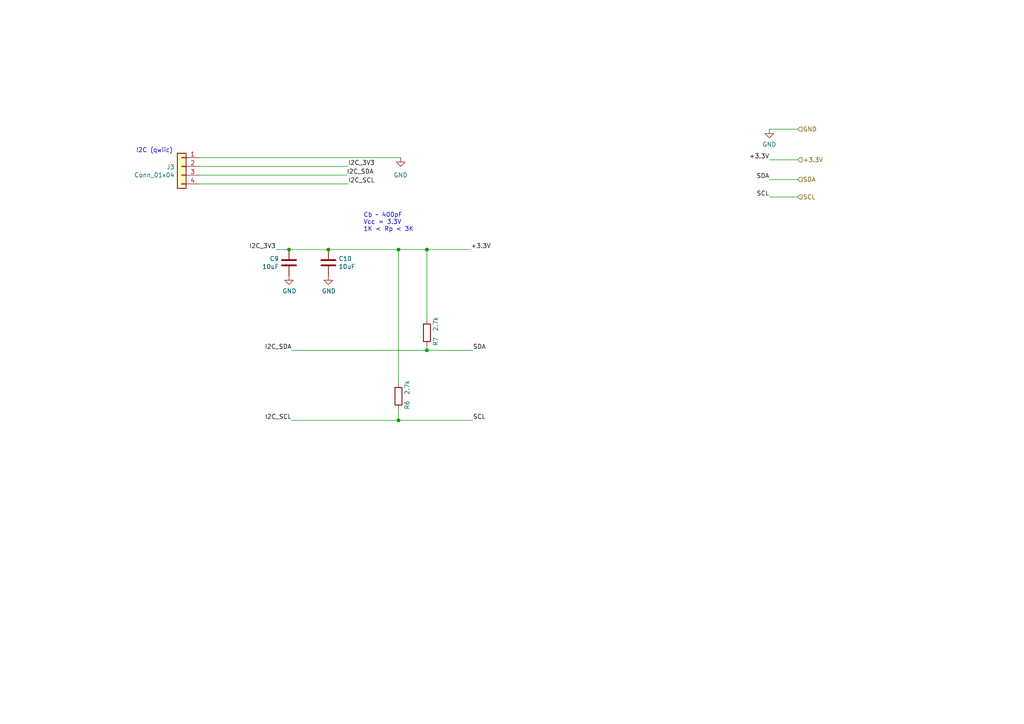
<source format=kicad_sch>
(kicad_sch (version 20211123) (generator eeschema)
  (paper "A4")
  (lib_symbols
    (symbol "Connector_Generic:Conn_01x04" (pin_names (offset 1.016) hide)
      (property "Reference" "J" (at 0 5.08 0))
      (property "Value" "Conn_01x04" (at 0 -7.62 0))
      (symbol "Conn_01x04_1_1"
        (rectangle (start -1.27 -4.953) (end 0 -5.207) (stroke (width 0.1524)))
        (rectangle (start -1.27 -2.413) (end 0 -2.667) (stroke (width 0.1524)))
        (rectangle (start -1.27 0.127) (end 0 -0.127) (stroke (width 0.1524)))
        (rectangle (start -1.27 2.667) (end 0 2.413) (stroke (width 0.1524)))
        (rectangle (start -1.27 3.81) (end 1.27 -6.35) (stroke (width 0.254)) (fill (type background)))
        (pin passive line (at -5.08 2.54 0) (length 3.81) (name "Pin_1") (number "1"))
        (pin passive line (at -5.08 0 0) (length 3.81) (name "Pin_2") (number "2"))
        (pin passive line (at -5.08 -2.54 0) (length 3.81) (name "Pin_3") (number "3"))
        (pin passive line (at -5.08 -5.08 0) (length 3.81) (name "Pin_4") (number "4"))
      )
    )
    (symbol "Device:C" (pin_numbers hide) (pin_names (offset 0.254))
      (property "Reference" "C" (at 0.635 2.54 0))
      (property "Value" "C" (at 0.635 -2.54 0))
      (symbol "C_0_1"
        (polyline (pts (xy -2.032 -0.762) (xy 2.032 -0.762)) (stroke (width 0.508)))
        (polyline (pts (xy -2.032 0.762) (xy 2.032 0.762)) (stroke (width 0.508)))
      )
      (symbol "C_1_1"
        (pin passive line (at 0 3.81 270) (length 2.794) (name "~") (number "1"))
        (pin passive line (at 0 -3.81 90) (length 2.794) (name "~") (number "2"))
      )
    )
    (symbol "Device:R" (pin_numbers hide) (pin_names (offset 0))
      (property "Reference" "R" (at 2.032 0 90))
      (property "Value" "R" (at 0 0 90))
      (symbol "R_0_1"
        (rectangle (start -1.016 -2.54) (end 1.016 2.54) (stroke (width 0.254)))
      )
      (symbol "R_1_1"
        (pin passive line (at 0 3.81 270) (length 1.27) (name "~") (number "1"))
        (pin passive line (at 0 -3.81 90) (length 1.27) (name "~") (number "2"))
      )
    )
    (symbol "power:GND" (power) (pin_names (offset 0))
      (property "Value" "GND" (at 0 -3.81 0))
      (symbol "GND_0_1"
        (polyline (pts (xy 0 0) (xy 0 -1.27) (xy 1.27 -1.27) (xy 0 -2.54) (xy -1.27 -1.27) (xy 0 -1.27)))
      )
      (symbol "GND_1_1"
        (pin power_in line (at 0 0 270) (length 0) hide (name "GND") (number "1"))
      )
    )
  )
  (junction (at 115.57 121.92))
  (junction (at 95.25 72.39))
  (junction (at 83.82 72.39))
  (junction (at 123.825 101.6))
  (junction (at 123.825 72.39))
  (junction (at 115.57 72.39))
  (wire (pts (xy 223.139 52.07) (xy 231.394 52.07)))
  (wire (pts (xy 95.25 72.39) (xy 115.57 72.39)))
  (wire (pts (xy 123.825 72.39) (xy 123.825 92.71)))
  (wire (pts (xy 57.785 50.8) (xy 100.584 50.8)))
  (wire (pts (xy 83.82 72.39) (xy 95.25 72.39)))
  (wire (pts (xy 115.57 121.92) (xy 137.16 121.92)))
  (wire (pts (xy 80.01 72.39) (xy 83.82 72.39)))
  (wire (pts (xy 223.139 57.15) (xy 231.394 57.15)))
  (wire (pts (xy 84.582 101.6) (xy 123.825 101.6)))
  (wire (pts (xy 123.825 72.39) (xy 136.525 72.39)))
  (wire (pts (xy 57.785 48.26) (xy 100.965 48.26)))
  (wire (pts (xy 84.582 121.92) (xy 115.57 121.92)))
  (wire (pts (xy 223.139 37.465) (xy 231.394 37.465)))
  (wire (pts (xy 223.139 46.355) (xy 231.394 46.355)))
  (wire (pts (xy 115.57 118.745) (xy 115.57 121.92)))
  (wire (pts (xy 123.825 100.33) (xy 123.825 101.6)))
  (wire (pts (xy 57.785 53.34) (xy 100.965 53.34)))
  (wire (pts (xy 123.825 101.6) (xy 137.16 101.6)))
  (wire (pts (xy 57.785 45.72) (xy 116.205 45.72)))
  (wire (pts (xy 115.57 72.39) (xy 123.825 72.39)))
  (wire (pts (xy 115.57 72.39) (xy 115.57 111.125)))
  (text "Cb ~ 400pF\nVcc = 3.3V\n1K < Rp < 3K" (at 105.41 67.31 0) (effects (font (size 1.27 1.27)) (justify left bottom)))
  (text "I2C (qwiic)" (at 50.165 44.45 180) (effects (font (size 1.27 1.27)) (justify right bottom)))
  (label "I2C_SCL" (at 84.582 121.92 180))
  (label "SDA" (at 223.139 52.07 180))
  (label "SDA" (at 137.16 101.6 0))
  (label "I2C_SCL" (at 100.965 53.34 0))
  (label "SCL" (at 137.16 121.92 0))
  (label "I2C_3V3" (at 80.01 72.39 180))
  (label "I2C_SDA" (at 100.584 50.8 0))
  (label "+3.3V" (at 223.139 46.355 180))
  (label "I2C_3V3" (at 100.965 48.26 0))
  (label "SCL" (at 223.139 57.15 180))
  (label "I2C_SDA" (at 84.582 101.6 180))
  (label "+3.3V" (at 136.525 72.39 0))
  (hierarchical_label "+3.3V" (shape input) (at 231.394 46.355 0))
  (hierarchical_label "SCL" (shape input) (at 231.394 57.15 0))
  (hierarchical_label "SDA" (shape input) (at 231.394 52.07 0))
  (hierarchical_label "GND" (shape input) (at 231.394 37.465 0))
  (symbol (lib_id "power:GND") (at 83.82 80.01 0) (unit 1)
    (property "Reference" "#PWR016" (effects hide))
    (property "Value" "GND" (at 83.947 84.4042 0))
  )
  (symbol (lib_id "Device:R") (at 123.825 96.52 0) (mirror y) (unit 1)
    (property "Reference" "R7" (at 126.365 99.06 90))
    (property "Value" "2.7k" (at 126.365 93.98 90))
    (property "Footprint" "Resistor_SMD:R_0805_2012Metric" (effects hide))
    (property "LCSC" "C13167" (effects hide))
    (property "Cost" "0.0009" (effects hide))
    (property "Part" "0603WAF2701T5E" (effects hide))
  )
  (symbol (lib_id "Device:C") (at 95.25 76.2 0) (unit 1)
    (property "Reference" "C10" (at 98.171 75.0316 0) (effects (justify left)))
    (property "Value" "10uF" (at 98.171 77.343 0) (effects (justify left)))
    (property "Footprint" "Capacitor_SMD:C_0805_2012Metric" (effects hide))
    (property "LCSC" "C19702" (effects hide))
    (property "Cost" "0.0031" (effects hide))
    (property "Part" "CL10A106KP8NNNC" (effects hide))
  )
  (symbol (lib_id "Device:R") (at 115.57 114.935 0) (mirror y) (unit 1)
    (property "Reference" "R6" (at 118.11 117.475 90))
    (property "Value" "2.7k" (at 118.11 112.395 90))
    (property "Footprint" "Resistor_SMD:R_0805_2012Metric" (effects hide))
    (property "LCSC" "C13167" (effects hide))
    (property "Cost" "0.0009" (effects hide))
    (property "Part" "0603WAF2701T5E" (effects hide))
  )
  (symbol (lib_id "power:GND") (at 223.139 37.465 0) (unit 1)
    (property "Reference" "#PWR018" (effects hide))
    (property "Value" "GND" (at 223.139 41.91 0))
  )
  (symbol (lib_id "power:GND") (at 95.25 80.01 0) (unit 1)
    (property "Reference" "#PWR017" (effects hide))
    (property "Value" "GND" (at 95.377 84.4042 0))
  )
  (symbol (lib_id "Connector_Generic:Conn_01x04") (at 52.705 48.26 0) (mirror y) (unit 1)
    (property "Reference" "J3" (at 50.673 48.4632 0) (effects (justify left)))
    (property "Value" "Conn_01x04" (at 50.673 50.7746 0) (effects (justify left)))
    (property "Footprint" "Connector_Molex:Molex_KK-254_AE-6410-04A_1x04_P2.54mm_Vertical" (effects hide))
    (property "LCSC" "C145961" (effects hide))
    (property "Cost" "0.0552" (effects hide))
    (property "Part" "C145961" (effects hide))
  )
  (symbol (lib_id "power:GND") (at 116.205 45.72 0) (unit 1)
    (property "Reference" "#PWR015" (effects hide))
    (property "Value" "GND" (at 116.205 50.8 0))
  )
  (symbol (lib_id "Device:C") (at 83.82 76.2 0) (mirror y) (unit 1)
    (property "Reference" "C9" (at 80.899 75.0316 0) (effects (justify left)))
    (property "Value" "10uF" (at 80.899 77.343 0) (effects (justify left)))
    (property "Footprint" "Capacitor_SMD:C_0805_2012Metric" (effects hide))
    (property "LCSC" "C19702" (effects hide))
    (property "Cost" "0.0031" (effects hide))
    (property "Part" "CL10A106KP8NNNC" (effects hide))
  )
)
</source>
